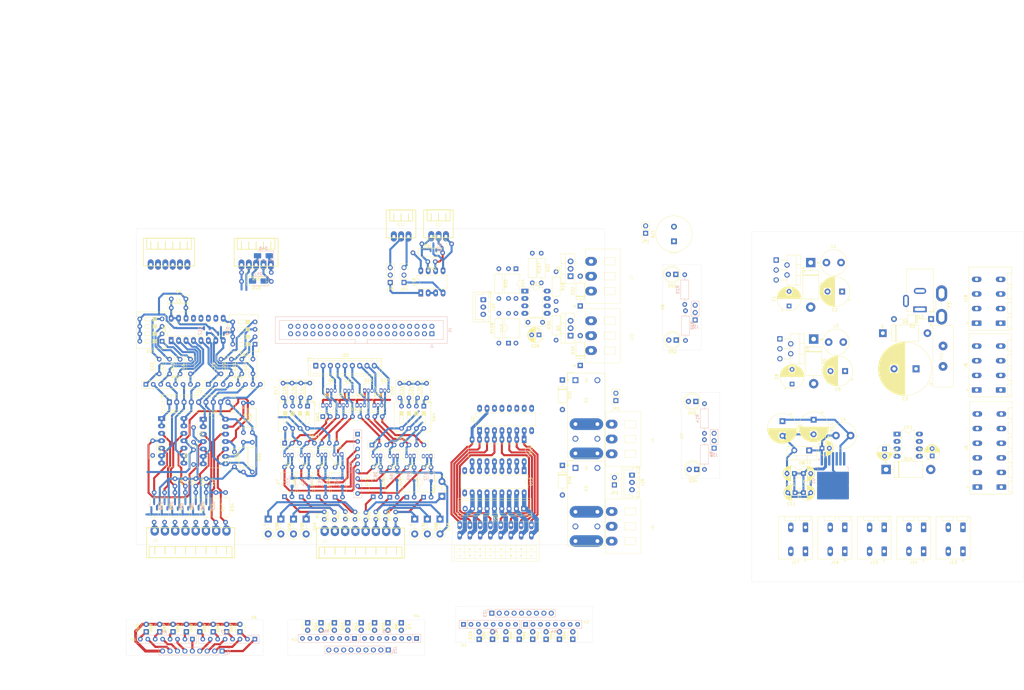
<source format=kicad_pcb>
(kicad_pcb
	(version 20240108)
	(generator "pcbnew")
	(generator_version "8.0")
	(general
		(thickness 1.6)
		(legacy_teardrops no)
	)
	(paper "A3")
	(layers
		(0 "F.Cu" signal)
		(31 "B.Cu" signal)
		(32 "B.Adhes" user "B.Adhesive")
		(33 "F.Adhes" user "F.Adhesive")
		(34 "B.Paste" user)
		(35 "F.Paste" user)
		(36 "B.SilkS" user "B.Silkscreen")
		(37 "F.SilkS" user "F.Silkscreen")
		(38 "B.Mask" user)
		(39 "F.Mask" user)
		(40 "Dwgs.User" user "User.Drawings")
		(41 "Cmts.User" user "User.Comments")
		(42 "Eco1.User" user "User.Eco1")
		(43 "Eco2.User" user "User.Eco2")
		(44 "Edge.Cuts" user)
		(45 "Margin" user)
		(46 "B.CrtYd" user "B.Courtyard")
		(47 "F.CrtYd" user "F.Courtyard")
		(48 "B.Fab" user)
		(49 "F.Fab" user)
		(50 "User.1" user)
		(51 "User.2" user)
		(52 "User.3" user)
		(53 "User.4" user)
		(54 "User.5" user)
		(55 "User.6" user)
		(56 "User.7" user)
		(57 "User.8" user)
		(58 "User.9" user)
	)
	(setup
		(pad_to_mask_clearance 0)
		(allow_soldermask_bridges_in_footprints no)
		(pcbplotparams
			(layerselection 0x00010fc_ffffffff)
			(plot_on_all_layers_selection 0x0000000_00000000)
			(disableapertmacros no)
			(usegerberextensions no)
			(usegerberattributes yes)
			(usegerberadvancedattributes yes)
			(creategerberjobfile yes)
			(dashed_line_dash_ratio 12.000000)
			(dashed_line_gap_ratio 3.000000)
			(svgprecision 4)
			(plotframeref no)
			(viasonmask no)
			(mode 1)
			(useauxorigin no)
			(hpglpennumber 1)
			(hpglpenspeed 20)
			(hpglpendiameter 15.000000)
			(pdf_front_fp_property_popups yes)
			(pdf_back_fp_property_popups yes)
			(dxfpolygonmode yes)
			(dxfimperialunits yes)
			(dxfusepcbnewfont yes)
			(psnegative no)
			(psa4output no)
			(plotreference yes)
			(plotvalue yes)
			(plotfptext yes)
			(plotinvisibletext no)
			(sketchpadsonfab no)
			(subtractmaskfromsilk no)
			(outputformat 1)
			(mirror no)
			(drillshape 1)
			(scaleselection 1)
			(outputdirectory "")
		)
	)
	(net 0 "")
	(net 1 "+5V")
	(net 2 "/Buzzer")
	(net 3 "+24V filtered")
	(net 4 "GND")
	(net 5 "+3V3")
	(net 6 "/ADC_CH3")
	(net 7 "/ADC_CH1")
	(net 8 "+12V")
	(net 9 "Net-(D6-K)")
	(net 10 "Net-(U1-BOOT)")
	(net 11 "/Dig-IN_1")
	(net 12 "Net-(U11-CAP+)")
	(net 13 "Net-(D14-K)")
	(net 14 "-5V")
	(net 15 "/ADC_CH5")
	(net 16 "/ADC_CH6")
	(net 17 "/ADC_CH0")
	(net 18 "/ADC_CH2")
	(net 19 "/ADC_CH7")
	(net 20 "/ADC_CH4")
	(net 21 "/Dig-IN_2")
	(net 22 "/Dig-IN_3")
	(net 23 "/Dig-IN_4")
	(net 24 "/Dig-IN_5")
	(net 25 "/Dig-IN_6")
	(net 26 "/Dig-IN_7")
	(net 27 "/Dig-IN_8")
	(net 28 "Net-(D1-K)")
	(net 29 "Net-(D2-K)")
	(net 30 "Net-(D5-K)")
	(net 31 "OUT_Digital_1_open-drain")
	(net 32 "Net-(U3C-+)")
	(net 33 "Net-(U3D-+)")
	(net 34 "IN_Analog_6 (0-20mA)")
	(net 35 "IN_Analog_7 (0-20mA)")
	(net 36 "Net-(U9B-+)")
	(net 37 "/OUT_PWM_1_diode")
	(net 38 "/OUT_PWM_2_diode")
	(net 39 "Net-(D34-A)")
	(net 40 "Net-(U9A-+)")
	(net 41 "OUT_Digital_2_open-drain")
	(net 42 "OUT_Digital_3_open-drain")
	(net 43 "OUT_Digital_4_open-drain")
	(net 44 "OUT_Digital_5_open-drain")
	(net 45 "Net-(U3A-+)")
	(net 46 "I2C_SDA")
	(net 47 "RS485_B")
	(net 48 "RS485_A")
	(net 49 "Net-(D50-A1)")
	(net 50 "Net-(D51-A)")
	(net 51 "Net-(D53-A1)")
	(net 52 "Net-(D54-A)")
	(net 53 "Net-(D56-A1)")
	(net 54 "Net-(D57-A)")
	(net 55 "Net-(D59-A1)")
	(net 56 "Net-(D60-A)")
	(net 57 "Net-(D62-A1)")
	(net 58 "Net-(D63-A)")
	(net 59 "Net-(D65-A1)")
	(net 60 "Net-(D66-A)")
	(net 61 "Net-(D68-A1)")
	(net 62 "Net-(D69-A)")
	(net 63 "Net-(D71-A1)")
	(net 64 "Net-(D72-A)")
	(net 65 "+BATT")
	(net 66 "unconnected-(J1-ID_SD{slash}GPIO0-Pad27)")
	(net 67 "/SPI_CE0_ADC")
	(net 68 "Net-(J1-3V3-Pad1)")
	(net 69 "/SPI0_miso_ADC")
	(net 70 "/UART_DIR-T")
	(net 71 "/SPI0_mosi_ADC")
	(net 72 "/SPI0_sclk_ADC")
	(net 73 "/UART_TX")
	(net 74 "/SPI1_miso_FREE")
	(net 75 "/SR-OUT_latch")
	(net 76 "/SPI1_mosi_FREE")
	(net 77 "/SR-OUT_clock")
	(net 78 "/SR-OUT_data")
	(net 79 "unconnected-(J1-ID_SC{slash}GPIO1-Pad28)")
	(net 80 "/SPI1_CE_FREE")
	(net 81 "/UART_RX")
	(net 82 "/OUT_PWM_2")
	(net 83 "/SPI1_sclk_FREE")
	(net 84 "/OUT_PWM_1")
	(net 85 "IN_Digital_8")
	(net 86 "IN_Digital_5")
	(net 87 "IN_Digital_2")
	(net 88 "IN_Digital_3")
	(net 89 "IN_Digital_4")
	(net 90 "IN_Digital_6")
	(net 91 "IN_Digital_7")
	(net 92 "IN_Digital_1")
	(net 93 "OUT_Digital_8")
	(net 94 "OUT_Digital_7_open-drain")
	(net 95 "OUT_Digital_2")
	(net 96 "OUT_Digital_4")
	(net 97 "OUT_Digital_5")
	(net 98 "OUT_Digital_6")
	(net 99 "OUT_Digital_3")
	(net 100 "OUT_Digital_7")
	(net 101 "OUT_Digital_8_open-drain")
	(net 102 "OUT_Digital_1")
	(net 103 "OUT_Digital_6_open-drain")
	(net 104 "Net-(J4-Pin_1)")
	(net 105 "Net-(J4-Pin_2)")
	(net 106 "Net-(J4-Pin_3)")
	(net 107 "OUT_Digital_COM_open-drain")
	(net 108 "Net-(J6-Pin_1)")
	(net 109 "Net-(J6-Pin_3)")
	(net 110 "Net-(J6-Pin_2)")
	(net 111 "IN_Analog_1 (0-3.3V)")
	(net 112 "IN_Analog_5 (0-24V)")
	(net 113 "IN_Analog_4 (0-12V)")
	(net 114 "IN_Analog_2 (0-5V)")
	(net 115 "IN_Analog_0 (0-3.3V)")
	(net 116 "IN_Analog_3 (0-5V)")
	(net 117 "Net-(Q1-G)")
	(net 118 "Net-(Q2-G)")
	(net 119 "Net-(Q2-D)")
	(net 120 "Net-(Q5-G)")
	(net 121 "Net-(C17-Pad1)")
	(net 122 "Net-(Q7-G)")
	(net 123 "Net-(Q7-D)")
	(net 124 "Net-(C29-Pad1)")
	(net 125 "Net-(Q9-G)")
	(net 126 "Net-(C30-Pad1)")
	(net 127 "Net-(Q10-G)")
	(net 128 "Net-(Q11-D)")
	(net 129 "Net-(Q11-G)")
	(net 130 "Net-(C31-Pad1)")
	(net 131 "Net-(Q13-G)")
	(net 132 "Net-(Q13-D)")
	(net 133 "Net-(C32-Pad1)")
	(net 134 "Net-(Q15-D)")
	(net 135 "Net-(Q15-G)")
	(net 136 "Net-(C33-Pad1)")
	(net 137 "Net-(Q17-G)")
	(net 138 "Net-(Q17-D)")
	(net 139 "Net-(C34-Pad1)")
	(net 140 "Net-(Q19-D)")
	(net 141 "Net-(Q19-G)")
	(net 142 "Net-(C35-Pad1)")
	(net 143 "Net-(U9C--)")
	(net 144 "Net-(U12-~{OUTA})")
	(net 145 "Net-(U12-~{OUTB})")
	(net 146 "Net-(U12-INB)")
	(net 147 "Net-(R33-Pad1)")
	(net 148 "Net-(U9D--)")
	(net 149 "Net-(U12-INA)")
	(net 150 "Net-(R108-Pad1)")
	(net 151 "unconnected-(U1-EN-Pad7)")
	(net 152 "unconnected-(U1-NC-Pad5)")
	(net 153 "unconnected-(U2-QH'-Pad9)")
	(net 154 "unconnected-(U11-OSC-Pad7)")
	(net 155 "unconnected-(U11-NC-Pad1)")
	(net 156 "unconnected-(U12-NC-Pad8)")
	(net 157 "unconnected-(U12-NC-Pad1)")
	(net 158 "Net-(U3B-+)")
	(net 159 "Net-(D45-K)")
	(net 160 "/LED_analog-CH6")
	(net 161 "/LED_analog-CH2")
	(net 162 "/LED_analog-CH7")
	(net 163 "/LED_analog-CH5")
	(net 164 "/LED_analog-CH0")
	(net 165 "/LED_analog-CH1")
	(net 166 "/LED_analog-CH3")
	(net 167 "/LED_analog-CH4")
	(net 168 "Net-(D10-K)")
	(net 169 "Net-(D7-A)")
	(net 170 "Net-(D8-A)")
	(net 171 "Net-(D10-A)")
	(net 172 "Net-(D15-A)")
	(net 173 "Net-(D17-A)")
	(net 174 "Net-(D23-A)")
	(net 175 "Net-(D26-A)")
	(net 176 "Net-(D27-A)")
	(net 177 "Net-(D82-K)")
	(net 178 "Net-(D82-A)")
	(net 179 "Net-(D83-K)")
	(net 180 "Net-(D84-K)")
	(net 181 "Net-(D85-K)")
	(net 182 "Net-(D86-K)")
	(net 183 "Net-(D87-K)")
	(net 184 "Net-(D88-K)")
	(net 185 "Net-(D89-K)")
	(net 186 "Net-(J25-Pin_8)")
	(net 187 "Net-(J25-Pin_5)")
	(net 188 "Net-(J25-Pin_7)")
	(net 189 "Net-(J25-Pin_2)")
	(net 190 "Net-(J25-Pin_6)")
	(net 191 "Net-(J25-Pin_1)")
	(net 192 "Net-(J25-Pin_4)")
	(net 193 "Net-(J25-Pin_3)")
	(net 194 "Net-(J27-Pin_4)")
	(net 195 "Net-(J27-Pin_8)")
	(net 196 "Net-(J27-Pin_1)")
	(net 197 "Net-(J27-Pin_5)")
	(net 198 "Net-(J27-Pin_6)")
	(net 199 "Net-(J27-Pin_7)")
	(net 200 "Net-(J27-Pin_3)")
	(net 201 "Net-(J27-Pin_2)")
	(net 202 "Net-(D20-A)")
	(net 203 "Net-(D20-K)")
	(net 204 "Net-(D30-K)")
	(net 205 "Net-(D37-K)")
	(net 206 "Net-(D40-K)")
	(net 207 "Net-(D41-K)")
	(net 208 "Net-(D42-K)")
	(net 209 "Net-(D43-K)")
	(net 210 "Net-(D44-K)")
	(net 211 "/LED_digital-out_2")
	(net 212 "/LED_digital-out_8")
	(net 213 "/LED_digital-out_6")
	(net 214 "/LED_digital-out_5")
	(net 215 "/LED_digital-out_4")
	(net 216 "/LED_digital-out_7")
	(net 217 "/LED_digital-out_1")
	(net 218 "/LED_digital-out_3")
	(net 219 "Net-(J23-Pin_1)")
	(net 220 "Net-(J23-Pin_5)")
	(net 221 "Net-(J23-Pin_3)")
	(net 222 "Net-(J23-Pin_2)")
	(net 223 "Net-(J23-Pin_8)")
	(net 224 "Net-(J23-Pin_7)")
	(net 225 "Net-(J23-Pin_4)")
	(net 226 "Net-(J23-Pin_6)")
	(net 227 "/LED_relay-1")
	(net 228 "/LED_PWM-1")
	(net 229 "/LED_PWM-2")
	(net 230 "Net-(D34-K)")
	(net 231 "/LED_relay-2")
	(net 232 "Net-(D52-K)")
	(net 233 "Net-(D52-A)")
	(net 234 "Net-(D55-K)")
	(net 235 "Net-(J30-Pin_3)")
	(net 236 "Net-(J30-Pin_2)")
	(net 237 "Net-(J31-Pin_3)")
	(net 238 "Net-(J31-Pin_2)")
	(net 239 "Net-(RN9-R2.2)")
	(net 240 "Net-(RN9-R8.2)")
	(net 241 "Net-(RN9-R7.2)")
	(net 242 "Net-(RN9-R5.2)")
	(net 243 "Net-(RN9-R1.2)")
	(net 244 "Net-(RN9-R6.2)")
	(net 245 "Net-(RN9-R3.2)")
	(net 246 "Net-(RN9-R4.2)")
	(net 247 "/DIP_EN-Filter-ADC3")
	(net 248 "/DIP_EN-Filter-ADC1")
	(net 249 "/DIP_EN-Filter-ADC5")
	(net 250 "/DIP_EN-Filter-ADC6")
	(net 251 "/DIP_EN-Filter-ADC0")
	(net 252 "/DIP_EN-Filter-ADC2")
	(net 253 "/DIP_EN-Filter-ADC7")
	(net 254 "/DIP_EN-Filter-ADC4")
	(net 255 "unconnected-(J3-Pin_6-Pad6)")
	(net 256 "unconnected-(J3-Pin_5-Pad5)")
	(net 257 "unconnected-(J19-Pin_4-Pad4)")
	(net 258 "unconnected-(J19-Pin_5-Pad5)")
	(net 259 "I2C_SCL")
	(net 260 "Net-(J10-Pin_2)")
	(net 261 "Net-(J10-Pin_1)")
	(net 262 "Net-(JP4-A)")
	(net 263 "Net-(JP5-A)")
	(footprint "Capacitor_THT:CP_Radial_D10.0mm_P5.00mm" (layer "F.Cu") (at 311.446327 145.5787 180))
	(footprint "Connector_JST:JST_XH_B9B-XH-A_1x09_P2.50mm_Vertical" (layer "F.Cu") (at 130.635 143.7565))
	(footprint "Resistor_THT:R_Axial_DIN0207_L6.3mm_D2.5mm_P2.54mm_Vertical" (layer "F.Cu") (at 171.4475 108.1965 180))
	(footprint "Button_Switch_THT:SW_DIP_SPSTx04_Slide_9.78x12.34mm_W7.62mm_P2.54mm" (layer "F.Cu") (at 78.1495 135.389 180))
	(footprint "Package_TO_SOT_THT:TO-92_Inline" (layer "F.Cu") (at 133.0945 157.2824))
	(footprint "Package_DIP:DIP-4_W10.16mm" (layer "F.Cu") (at 196.469 136.017 90))
	(footprint "Connector_PinSocket_2.54mm:PinSocket_1x02_P2.54mm_Vertical" (layer "F.Cu") (at 243.307 98.485 180))
	(footprint "Capacitor_THT:CP_Radial_D5.0mm_P2.50mm" (layer "F.Cu") (at 206.883 133.223 180))
	(footprint "Relay_THT:Relay_SPDT_Omron_G2RL-1-E" (layer "F.Cu") (at 219.329 148.717))
	(footprint "Resistor_THT:R_Axial_DIN0207_L6.3mm_D2.5mm_P10.16mm_Horizontal" (layer "F.Cu") (at 99.822 187.0877 -90))
	(footprint "LED_THT:LED_D3.0mm_IRGrey" (layer "F.Cu") (at 91.02905 234.6843 90))
	(footprint "LED_THT:LED_D3.0mm_IRGrey" (layer "F.Cu") (at 127.85905 231.6313 -90))
	(footprint "Capacitor_THT:CP_Radial_D8.0mm_P5.00mm" (layer "F.Cu") (at 292.31465 123.343351 90))
	(footprint "Diode_THT:D_DO-201AD_P15.24mm_Horizontal" (layer "F.Cu") (at 300.69665 134.6567 -90))
	(footprint "Package_DIP:DIP-8_W7.62mm_LongPads"
		(layer "F.Cu")
		(uuid "0a190fd7-2dbf-4d42-bf26-6ca23693d527")
		(at 166.5045 118.8795 90)
		(descr "8-lead though-hole mounted DIP package, row spacing 7.62 mm (300 mils), LongPads")
		(tags "THT DIP DIL PDIP 2.54mm 7.62mm 300mil LongPads")
		(property "Reference" "U16"
			(at 3.81 -2.33 90)
			(layer "F.SilkS")
			(uuid "774d4eee-02fd-40fc-9307-dc87ff5b3d17")
			(effects
				(font
					(size 1 1)
					(thickness 0.15)
				)
			)
		)
		(property "Value" "MAX3483"
			(at 3.81 9.95 90)
			(layer "F.Fab")
			(uuid "0a8e769d-8d10-463f-b6d0-98d39dfd4189")
			(effects
				(font
					(size 1 1)
					(thickness 0.15)
				)
			)
		)
		(property "Footprint" "Package_DIP:DIP-8_W7.62mm_LongPads"
			(at 0 0 90)
			(unlocked yes)
			(layer "F.Fab")
			(hide yes)
			(uuid "f40826d5-19cf-45ac-b5b1-b00bcb51981e")
			(effects
				(font
					(size 1.27 1.27)
					(thickness 0.15)
				)
			)
		)
		(property "Datasheet" "https://datasheets.maximintegrated.com/en/ds/MAX3483-MAX3491.pdf"
			(at 0 0 90)
			(unlocked yes)
			(layer "F.Fab")
			(hide yes)
			(uuid "2c121ce4-705a-401f-a285-fd25522f951a")
			(effects
				(font
					(size 1.27 1.27)
					(thickness 0.15)
				)
			)
		)
		(property "Description" "True RS-485/RS-422, 0.25Mbps, Slew-Rate Limited, with low-power shutdown, with receiver/driver enable, 32 receiver drive capacitity, DIP-8 and SOIC-8"
			(at 0 0 90)
			(unlocked yes)
			(layer "F.Fab")
			(hide yes)
			(uuid "5ebc0a7d-9bbe-4805-ac89-bbebcf628127")
			(effects
				(font
					(size 1.27 1.27)
					(thickness 0.15)
				)
			)
		)
		(property ki_fp_filters "DIP*W7.62mm* SOIC*3.9x4.9mm*P1.27mm*")
		(path "/0be52a61-fdab-4ded-9e87-4e3a717d77e2")
		(sheetname "Root")
		(sheetfile "pi-interface-board_v1.0.kicad_sch")
		(attr through_hole)
		(fp_line
			(start 6.06 -1.33)
			(end 4.81 -1.33)
			(stroke
				(width 0.12)
				(type solid)
			)
			(layer "F.SilkS")
			(uuid "13f8b196-7fff-46c3-8769-915480b921ce")
		)
		(fp_line
			(start 2.81 -1.33)
			(end 1.56 -1.33)
			(stroke
				(width 0.12)
				(type solid)
			)
			(layer "F.SilkS")
			(uuid "f382e960-75ce-4f8a-9bdc-e181dd51a2f4")
		)
		(fp_line
			(start 1.56 -1.33)
			(end 1.56 8.95)
			(stroke
				(width 0.12)
				(type solid)
			)
			(layer "F.SilkS")
			(uuid "f6ee7341-ec1a-4bff-8a40-1caea67e29a1")
		)
		(fp_line
			(start 6.06 8.95)
			(end 6.06 -1.33)
			(stroke
				(width 0.12)
				(type solid)
			)
			(layer "F.SilkS")
			(uuid "aa4173c5-49f2-41e4-8e6c-53fc18721f75")
		)
		(fp_line
			(start 1.56 8.95)
			(end 6.06 8.95)
			(stroke
				(width 0.12)
				(type solid)
			)
			(layer "F.SilkS")
			(uuid "11bf78bb-6d2d-4243-80eb-e74695de97b3")
		)
		(fp_arc
			(start 4.81 -1.33)
			(mid 3.81 -0.33)
			(end 2.81 -1.33)
			(stroke
				(width 0.12)
				(type solid)
			)
			(layer "F.SilkS")
			(uuid "9947883c-14e9-4098-837a-a6604b0863db")
		)
		(fp_line
			(start 9.1 -1.55)
			(end -1.45 -1.55)
			(stroke
				(width 0.05)
				(type solid)
			)
			(layer "F.CrtYd")
			(uuid "b1706fe2-6227-44aa-a883-f6941d2eaab7")
		)
		(fp_line
			(start -1.45 -1.55)
			(end -1.45 9.15)
			(stroke
				(width 0.05)
				(type solid)
			)
			(layer "F.CrtYd")
			(uuid "1f4b5f49-c116-4931-ae12-b3f3f500f25c")
		)
		(fp_line
			(start 9.1 9.15)
			(end 9.1 -1.55)
			(stroke
				(width 0.05)
				(type solid)
			)
			(layer "F.CrtYd")
			(uuid "870f306c-54f3-48ab-9c98-5a33ef52a96c")
		)
		(fp_line
			(start -1.45 9.15)
			(end 9.1 9.15)
			(stroke
				(width 0.05)
				(type solid)
			)
			(layer "F.CrtYd")
			(uuid "55089681-9069-444c-a519-dbe48c932fde")
		)
		(fp_line
			(start 6.985 -1.27)
			(end 6.985 8.89)
			(stroke
				(width 0.1)
				(type solid)
			)
			(layer "F.Fab")
			(uuid "74c8944a-85b7-49a4-9648-e32eab66384c")
		)
		(fp_line
			(start 1.635 -1.27)
			(end 6.985 -1.27)
			(stroke
				(width 0.1)
				(type solid)
			)
			(layer "F.Fab")
			(uuid "387765ee-9cc8-422c-a5a3-ecc2b7e570d5")
		)
		(fp_line
			(start 0.635 -0.27)
			(end 1.635 -1.27)
			(stroke
				(width 0.1)
				(type solid)
			)
			(layer "F.Fab")
			(uuid "2a488d99-c11e-4f39-aa09-e64687358390")
		)
		(fp_line
			(start 6.985 8.89)
			(end 0.635 8.89)
			(stroke
				(width 0.1)
				(type solid)
			)
			(layer "F.Fab")
			(uuid "2972361a-1008-4fad-9fcc-8f03d84e014f")
		)
		(fp_line
			(start 0.635 8.89)
			(end 0.635 -0.27)
			(stroke
				(width 0.1)
				(type solid)
			)
			(layer "F.Fab")
			(uuid "80ebdc76-c005-4eb7-b4b8-3e8536bf9ccc")
		)
		(fp_text user "${REFERENCE}"
			(at 3.81 3.81 90)
			(layer "F.Fab")
			(uuid "0e1602b9-5ea5-40a9-9c93-432912a1ec2a")
			(effects
				(font
					(size 1 1)
					(thickness 0.15)
				)
			)
		)
		(pad "1" thru_hole rect
			(at 0 0 90)
			(size 2.4 1.6)
			(drill 0.8)
			(layers "*.Cu" "*.Mask")
			(remove_unused_layers no)
			(net 263 "Net-(JP5-A)")
			(pinfunction "RO")
			(pintype "output")
			(uuid "38f56b45-c0ec-434f-81f2-594088f99d98")
		)
		(pad "2" thru_hole oval
			(at 0 2.54 90)
			(size 2.4 1.6)
			(drill 0.8)
			(layers "*.Cu" "*.Mask")
			(remove_unused_layers no)
			(net 70 "/UART_DIR-T")
			(pinfunction "~{RE}")
			(pintype "input")
			(uuid "c7e708f4-9bfe-48bf-8e2b-d47e8811c804")
		)
		(pad "3" thru_hole oval
			(at 0 5.08 90)
			(size 2.4 1.6)
			(drill 0.8)
			(layers "*.Cu" "*.Mask")
			(remove_unused_layers no)
			(net 70 "/UART_DIR-T")
			(pinfunction "DE")
			(pintype "input")
			(uuid "bde9401d-7a00-4ac0-924d-b92318179e2d")
		)
		(pad "4" thru_hole oval
			(at 0 7.62 90)
			(size 2.4 1.6)
			(drill 0.8)
			(layers "*.Cu" "*.Mask")
			(remove_unused_layers no)
			(net 262 "Net-(JP4-A)")
			(pinfunction "DI")
			(pintype "input")
			(uuid "de1e4629-e03a-452e-a753-1f6960d950bd")
		)
		(pad "5" thru_hole oval
			(at 7.62 7.62 90)
			(size 2.4 1.6)
			(drill 0.8)
			(layers "*.Cu" "*.Mask")
			(remove_unused_layers no)
			(net 4 "GND")
			(pinfunction "GND")
			(pintype "power_in")
			(uuid "5af1e570-a80f-4f5a-86c8-a94e42d94a14")
		)
		(pad "6" thru_hole oval
			(at 7.62 5.08 90)
			(size 2.4 1.6)
			(drill 0.8)
			(layers "*.Cu" "*.Mask")
			(remove_unused_layers no)
			(net 48 "RS485_A")
			(pinfunction "A")
			(pintype "bidirectional")
			(uuid "6e9260f5-c777-4e91-ac06-d794d15b93ab")
		)
		(pad "7" thru_hole oval
			(at 7.62 2.54 90)
			(size 2.4 1.6)
			(drill 0.8)
			(layers "*.Cu" "*.Mask")
			(remove_unused_layers no)
			(net 47 "RS485_B")
			(pinfunction "B")
			(pintype "bidirectional")
			(uuid "83d8d087-30d4-48cb-b614-513d12704920")
		)
		(pad "8" thru_hole oval
			(at 7.62 0 90)
			(size 2.4 1.6)
			(drill 0.8)
			(layers "*.Cu" "*.Mask")
			(remove_unused_layers no)
			(net 5 "+3V3")
			(pinfunction "VCC")
			(pintype "power_in")
			(uuid "a47dfa6b-95f6-4436-934e-9648ab8308a5")
		)
		(model "${KICAD8_3DMODEL_D
... [1845677 chars truncated]
</source>
